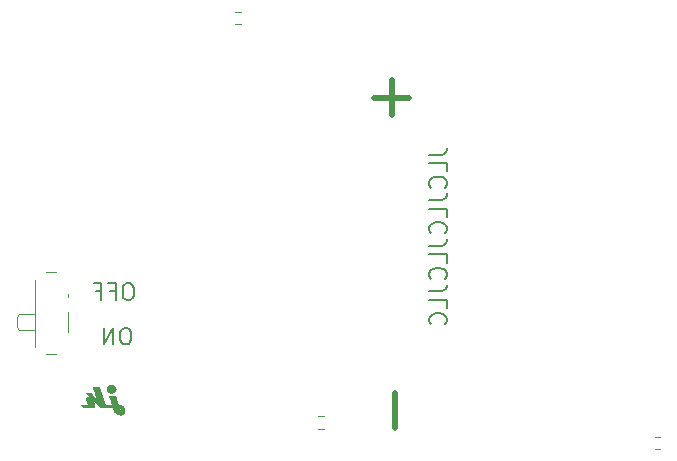
<source format=gbr>
%TF.GenerationSoftware,KiCad,Pcbnew,(5.1.10)-1*%
%TF.CreationDate,2021-10-20T07:51:27+02:00*%
%TF.ProjectId,TVZ_kuglica,54565a5f-6b75-4676-9c69-63612e6b6963,rev?*%
%TF.SameCoordinates,Original*%
%TF.FileFunction,Legend,Bot*%
%TF.FilePolarity,Positive*%
%FSLAX46Y46*%
G04 Gerber Fmt 4.6, Leading zero omitted, Abs format (unit mm)*
G04 Created by KiCad (PCBNEW (5.1.10)-1) date 2021-10-20 07:51:27*
%MOMM*%
%LPD*%
G01*
G04 APERTURE LIST*
%ADD10C,0.200000*%
%ADD11C,0.010000*%
%ADD12C,0.120000*%
%ADD13C,0.500000*%
G04 APERTURE END LIST*
D10*
X110616666Y-100983333D02*
X110350000Y-100983333D01*
X110216666Y-101050000D01*
X110083333Y-101183333D01*
X110016666Y-101450000D01*
X110016666Y-101916666D01*
X110083333Y-102183333D01*
X110216666Y-102316666D01*
X110350000Y-102383333D01*
X110616666Y-102383333D01*
X110750000Y-102316666D01*
X110883333Y-102183333D01*
X110950000Y-101916666D01*
X110950000Y-101450000D01*
X110883333Y-101183333D01*
X110750000Y-101050000D01*
X110616666Y-100983333D01*
X109416666Y-102383333D02*
X109416666Y-100983333D01*
X108616666Y-102383333D01*
X108616666Y-100983333D01*
X110833333Y-97233333D02*
X110566666Y-97233333D01*
X110433333Y-97300000D01*
X110300000Y-97433333D01*
X110233333Y-97700000D01*
X110233333Y-98166666D01*
X110300000Y-98433333D01*
X110433333Y-98566666D01*
X110566666Y-98633333D01*
X110833333Y-98633333D01*
X110966666Y-98566666D01*
X111100000Y-98433333D01*
X111166666Y-98166666D01*
X111166666Y-97700000D01*
X111100000Y-97433333D01*
X110966666Y-97300000D01*
X110833333Y-97233333D01*
X109166666Y-97900000D02*
X109633333Y-97900000D01*
X109633333Y-98633333D02*
X109633333Y-97233333D01*
X108966666Y-97233333D01*
X107966666Y-97900000D02*
X108433333Y-97900000D01*
X108433333Y-98633333D02*
X108433333Y-97233333D01*
X107766666Y-97233333D01*
X136178571Y-86321428D02*
X137250000Y-86321428D01*
X137464285Y-86250000D01*
X137607142Y-86107142D01*
X137678571Y-85892857D01*
X137678571Y-85750000D01*
X137678571Y-87750000D02*
X137678571Y-87035714D01*
X136178571Y-87035714D01*
X137535714Y-89107142D02*
X137607142Y-89035714D01*
X137678571Y-88821428D01*
X137678571Y-88678571D01*
X137607142Y-88464285D01*
X137464285Y-88321428D01*
X137321428Y-88250000D01*
X137035714Y-88178571D01*
X136821428Y-88178571D01*
X136535714Y-88250000D01*
X136392857Y-88321428D01*
X136250000Y-88464285D01*
X136178571Y-88678571D01*
X136178571Y-88821428D01*
X136250000Y-89035714D01*
X136321428Y-89107142D01*
X136178571Y-90178571D02*
X137250000Y-90178571D01*
X137464285Y-90107142D01*
X137607142Y-89964285D01*
X137678571Y-89750000D01*
X137678571Y-89607142D01*
X137678571Y-91607142D02*
X137678571Y-90892857D01*
X136178571Y-90892857D01*
X137535714Y-92964285D02*
X137607142Y-92892857D01*
X137678571Y-92678571D01*
X137678571Y-92535714D01*
X137607142Y-92321428D01*
X137464285Y-92178571D01*
X137321428Y-92107142D01*
X137035714Y-92035714D01*
X136821428Y-92035714D01*
X136535714Y-92107142D01*
X136392857Y-92178571D01*
X136250000Y-92321428D01*
X136178571Y-92535714D01*
X136178571Y-92678571D01*
X136250000Y-92892857D01*
X136321428Y-92964285D01*
X136178571Y-94035714D02*
X137250000Y-94035714D01*
X137464285Y-93964285D01*
X137607142Y-93821428D01*
X137678571Y-93607142D01*
X137678571Y-93464285D01*
X137678571Y-95464285D02*
X137678571Y-94750000D01*
X136178571Y-94750000D01*
X137535714Y-96821428D02*
X137607142Y-96750000D01*
X137678571Y-96535714D01*
X137678571Y-96392857D01*
X137607142Y-96178571D01*
X137464285Y-96035714D01*
X137321428Y-95964285D01*
X137035714Y-95892857D01*
X136821428Y-95892857D01*
X136535714Y-95964285D01*
X136392857Y-96035714D01*
X136250000Y-96178571D01*
X136178571Y-96392857D01*
X136178571Y-96535714D01*
X136250000Y-96750000D01*
X136321428Y-96821428D01*
X136178571Y-97892857D02*
X137250000Y-97892857D01*
X137464285Y-97821428D01*
X137607142Y-97678571D01*
X137678571Y-97464285D01*
X137678571Y-97321428D01*
X137678571Y-99321428D02*
X137678571Y-98607142D01*
X136178571Y-98607142D01*
X137535714Y-100678571D02*
X137607142Y-100607142D01*
X137678571Y-100392857D01*
X137678571Y-100250000D01*
X137607142Y-100035714D01*
X137464285Y-99892857D01*
X137321428Y-99821428D01*
X137035714Y-99750000D01*
X136821428Y-99750000D01*
X136535714Y-99821428D01*
X136392857Y-99892857D01*
X136250000Y-100035714D01*
X136178571Y-100250000D01*
X136178571Y-100392857D01*
X136250000Y-100607142D01*
X136321428Y-100678571D01*
D11*
%TO.C,G\u002A\u002A\u002A*%
G36*
X107888892Y-105976177D02*
G01*
X107830420Y-105976556D01*
X107785129Y-105977253D01*
X107751672Y-105978322D01*
X107728703Y-105979818D01*
X107714874Y-105981792D01*
X107708840Y-105984301D01*
X107708436Y-105986184D01*
X107711260Y-105994930D01*
X107718336Y-106017349D01*
X107729201Y-106051955D01*
X107743393Y-106097262D01*
X107760447Y-106151786D01*
X107779902Y-106214039D01*
X107801293Y-106282538D01*
X107824157Y-106355795D01*
X107848032Y-106432326D01*
X107872454Y-106510645D01*
X107896960Y-106589266D01*
X107921086Y-106666704D01*
X107944370Y-106741472D01*
X107966349Y-106812086D01*
X107986558Y-106877060D01*
X108004536Y-106934908D01*
X108019818Y-106984145D01*
X108031941Y-107023284D01*
X108040444Y-107050841D01*
X108043917Y-107062196D01*
X108045972Y-107068736D01*
X108047517Y-107074186D01*
X108047865Y-107077871D01*
X108046331Y-107079119D01*
X108042228Y-107077256D01*
X108034869Y-107071608D01*
X108023570Y-107061502D01*
X108007643Y-107046265D01*
X107986402Y-107025223D01*
X107959161Y-106997703D01*
X107925233Y-106963031D01*
X107883934Y-106920534D01*
X107834575Y-106869538D01*
X107776472Y-106809371D01*
X107708938Y-106739357D01*
X107631286Y-106658826D01*
X107603148Y-106629645D01*
X107464157Y-106485508D01*
X107293642Y-106484785D01*
X107123128Y-106484063D01*
X107206318Y-106569391D01*
X107244827Y-106608881D01*
X107289098Y-106654266D01*
X107333799Y-106700081D01*
X107373600Y-106740862D01*
X107375533Y-106742843D01*
X107461558Y-106830966D01*
X107372547Y-106836599D01*
X107311234Y-106842307D01*
X107263357Y-106851259D01*
X107226665Y-106864255D01*
X107198909Y-106882092D01*
X107177838Y-106905571D01*
X107177696Y-106905775D01*
X107166602Y-106923970D01*
X107158913Y-106942990D01*
X107154860Y-106964560D01*
X107154672Y-106990403D01*
X107158580Y-107022243D01*
X107166813Y-107061805D01*
X107179601Y-107110812D01*
X107197173Y-107170987D01*
X107219759Y-107244057D01*
X107224982Y-107260636D01*
X107242582Y-107316614D01*
X107258508Y-107367738D01*
X107272158Y-107412033D01*
X107282926Y-107447523D01*
X107290210Y-107472233D01*
X107293405Y-107484185D01*
X107293500Y-107484870D01*
X107285792Y-107486664D01*
X107263579Y-107488261D01*
X107228231Y-107489628D01*
X107181118Y-107490731D01*
X107123611Y-107491536D01*
X107057078Y-107492008D01*
X106999813Y-107492125D01*
X106913565Y-107492341D01*
X106841932Y-107492983D01*
X106785155Y-107494046D01*
X106743477Y-107495523D01*
X106717140Y-107497407D01*
X106706387Y-107499691D01*
X106706125Y-107500149D01*
X106709277Y-107511451D01*
X106717340Y-107531585D01*
X106723731Y-107545790D01*
X106755352Y-107595252D01*
X106800312Y-107638762D01*
X106856761Y-107674978D01*
X106922847Y-107702557D01*
X106951252Y-107710790D01*
X106964956Y-107713738D01*
X106981846Y-107716145D01*
X107003418Y-107718048D01*
X107031172Y-107719483D01*
X107066605Y-107720485D01*
X107111215Y-107721091D01*
X107166499Y-107721337D01*
X107233957Y-107721260D01*
X107315085Y-107720896D01*
X107358393Y-107720635D01*
X107443364Y-107720076D01*
X107513946Y-107719527D01*
X107571621Y-107718914D01*
X107617876Y-107718164D01*
X107654195Y-107717202D01*
X107682062Y-107715954D01*
X107702962Y-107714344D01*
X107718381Y-107712300D01*
X107729801Y-107709746D01*
X107738709Y-107706608D01*
X107746589Y-107702812D01*
X107749907Y-107701027D01*
X107775104Y-107682825D01*
X107797448Y-107659599D01*
X107801280Y-107654305D01*
X107812120Y-107635338D01*
X107817959Y-107615808D01*
X107820072Y-107589880D01*
X107820078Y-107568435D01*
X107819150Y-107549164D01*
X107816578Y-107528231D01*
X107811833Y-107503557D01*
X107804391Y-107473064D01*
X107793727Y-107434672D01*
X107779313Y-107386303D01*
X107760624Y-107325877D01*
X107750845Y-107294724D01*
X107733308Y-107238899D01*
X107717434Y-107188113D01*
X107703821Y-107144304D01*
X107693070Y-107109408D01*
X107685778Y-107085362D01*
X107682545Y-107074105D01*
X107682438Y-107073544D01*
X107687903Y-107077520D01*
X107703159Y-107090888D01*
X107726502Y-107112096D01*
X107756227Y-107139589D01*
X107790627Y-107171814D01*
X107799516Y-107180199D01*
X107837568Y-107215913D01*
X107884396Y-107259499D01*
X107936999Y-107308186D01*
X107992374Y-107359201D01*
X108047522Y-107409773D01*
X108095188Y-107453263D01*
X108160521Y-107512670D01*
X108215721Y-107562367D01*
X108262476Y-107603237D01*
X108302477Y-107636166D01*
X108337411Y-107662038D01*
X108368967Y-107681736D01*
X108398836Y-107696147D01*
X108428704Y-107706153D01*
X108460262Y-107712640D01*
X108495198Y-107716492D01*
X108535202Y-107718594D01*
X108581962Y-107719829D01*
X108605172Y-107720327D01*
X108659027Y-107721140D01*
X108703219Y-107721068D01*
X108736147Y-107720152D01*
X108756205Y-107718433D01*
X108761938Y-107716335D01*
X108759515Y-107705368D01*
X108753220Y-107684386D01*
X108746063Y-107662781D01*
X108737663Y-107637273D01*
X108731908Y-107617708D01*
X108730188Y-107609472D01*
X108735635Y-107610300D01*
X108749853Y-107619526D01*
X108767891Y-107633638D01*
X108807730Y-107663474D01*
X108848026Y-107685710D01*
X108895705Y-107704355D01*
X108910431Y-107708287D01*
X108930337Y-107711490D01*
X108957248Y-107714074D01*
X108992986Y-107716147D01*
X109039377Y-107717818D01*
X109098243Y-107719199D01*
X109160526Y-107720240D01*
X109388457Y-107723582D01*
X109424915Y-107835743D01*
X109459114Y-107930680D01*
X109496014Y-108011757D01*
X109537047Y-108080936D01*
X109583642Y-108140179D01*
X109637229Y-108191450D01*
X109699238Y-108236712D01*
X109731244Y-108256206D01*
X109786762Y-108283073D01*
X109849737Y-108304851D01*
X109916720Y-108321042D01*
X109984261Y-108331147D01*
X110048908Y-108334668D01*
X110107213Y-108331106D01*
X110155725Y-108319963D01*
X110160420Y-108318211D01*
X110217550Y-108290076D01*
X110264285Y-108253422D01*
X110303330Y-108205707D01*
X110330650Y-108158257D01*
X110352334Y-108107599D01*
X110365786Y-108056239D01*
X110372196Y-107998633D01*
X110372851Y-107972344D01*
X110083307Y-107972344D01*
X110083075Y-108009315D01*
X110081622Y-108034720D01*
X110078077Y-108052861D01*
X110071566Y-108068043D01*
X110061219Y-108084570D01*
X110060282Y-108085956D01*
X110044868Y-108106116D01*
X110035033Y-108112454D01*
X110031380Y-108109768D01*
X110027427Y-108099525D01*
X110019412Y-108076389D01*
X110008081Y-108042596D01*
X109994178Y-108000382D01*
X109978449Y-107951985D01*
X109967802Y-107918908D01*
X109951780Y-107868243D01*
X109937811Y-107822724D01*
X109926514Y-107784480D01*
X109918509Y-107755640D01*
X109914412Y-107738335D01*
X109914160Y-107734257D01*
X109924942Y-107733591D01*
X109944220Y-107740568D01*
X109967957Y-107753087D01*
X109992116Y-107769048D01*
X110010796Y-107784535D01*
X110033000Y-107809597D01*
X110054350Y-107839783D01*
X110062199Y-107853281D01*
X110072102Y-107873828D01*
X110078327Y-107893076D01*
X110081709Y-107915752D01*
X110083089Y-107946582D01*
X110083307Y-107972344D01*
X110372851Y-107972344D01*
X110373156Y-107960121D01*
X110368662Y-107880831D01*
X110354141Y-107811654D01*
X110328354Y-107749482D01*
X110290065Y-107691208D01*
X110246427Y-107642077D01*
X110211668Y-107608816D01*
X110180514Y-107584095D01*
X110147140Y-107563682D01*
X110119250Y-107549648D01*
X110047429Y-107520834D01*
X109974607Y-107501385D01*
X109905738Y-107492536D01*
X109889015Y-107492125D01*
X109843289Y-107492125D01*
X109791388Y-107331391D01*
X109774109Y-107277869D01*
X109753353Y-107213557D01*
X109730513Y-107142775D01*
X109706982Y-107069841D01*
X109684155Y-106999076D01*
X109669733Y-106954359D01*
X109599980Y-106738062D01*
X109343678Y-106738063D01*
X109281701Y-106738257D01*
X109225123Y-106738809D01*
X109175812Y-106739670D01*
X109135639Y-106740794D01*
X109106475Y-106742131D01*
X109090188Y-106743635D01*
X109087375Y-106744602D01*
X109089682Y-106753261D01*
X109096296Y-106775572D01*
X109106758Y-106810045D01*
X109120609Y-106855189D01*
X109137390Y-106909513D01*
X109156641Y-106971528D01*
X109177905Y-107039742D01*
X109200720Y-107112665D01*
X109202469Y-107118245D01*
X109225363Y-107191334D01*
X109246741Y-107259717D01*
X109266146Y-107321920D01*
X109283120Y-107376467D01*
X109297206Y-107421886D01*
X109307944Y-107456703D01*
X109314877Y-107479442D01*
X109317547Y-107488630D01*
X109317563Y-107488737D01*
X109309908Y-107489482D01*
X109288072Y-107490170D01*
X109253750Y-107490783D01*
X109208635Y-107491303D01*
X109154422Y-107491711D01*
X109092806Y-107491989D01*
X109025480Y-107492118D01*
X109005283Y-107492125D01*
X108693004Y-107492125D01*
X108219228Y-105976063D01*
X107961890Y-105976063D01*
X107888892Y-105976177D01*
G37*
X107888892Y-105976177D02*
X107830420Y-105976556D01*
X107785129Y-105977253D01*
X107751672Y-105978322D01*
X107728703Y-105979818D01*
X107714874Y-105981792D01*
X107708840Y-105984301D01*
X107708436Y-105986184D01*
X107711260Y-105994930D01*
X107718336Y-106017349D01*
X107729201Y-106051955D01*
X107743393Y-106097262D01*
X107760447Y-106151786D01*
X107779902Y-106214039D01*
X107801293Y-106282538D01*
X107824157Y-106355795D01*
X107848032Y-106432326D01*
X107872454Y-106510645D01*
X107896960Y-106589266D01*
X107921086Y-106666704D01*
X107944370Y-106741472D01*
X107966349Y-106812086D01*
X107986558Y-106877060D01*
X108004536Y-106934908D01*
X108019818Y-106984145D01*
X108031941Y-107023284D01*
X108040444Y-107050841D01*
X108043917Y-107062196D01*
X108045972Y-107068736D01*
X108047517Y-107074186D01*
X108047865Y-107077871D01*
X108046331Y-107079119D01*
X108042228Y-107077256D01*
X108034869Y-107071608D01*
X108023570Y-107061502D01*
X108007643Y-107046265D01*
X107986402Y-107025223D01*
X107959161Y-106997703D01*
X107925233Y-106963031D01*
X107883934Y-106920534D01*
X107834575Y-106869538D01*
X107776472Y-106809371D01*
X107708938Y-106739357D01*
X107631286Y-106658826D01*
X107603148Y-106629645D01*
X107464157Y-106485508D01*
X107293642Y-106484785D01*
X107123128Y-106484063D01*
X107206318Y-106569391D01*
X107244827Y-106608881D01*
X107289098Y-106654266D01*
X107333799Y-106700081D01*
X107373600Y-106740862D01*
X107375533Y-106742843D01*
X107461558Y-106830966D01*
X107372547Y-106836599D01*
X107311234Y-106842307D01*
X107263357Y-106851259D01*
X107226665Y-106864255D01*
X107198909Y-106882092D01*
X107177838Y-106905571D01*
X107177696Y-106905775D01*
X107166602Y-106923970D01*
X107158913Y-106942990D01*
X107154860Y-106964560D01*
X107154672Y-106990403D01*
X107158580Y-107022243D01*
X107166813Y-107061805D01*
X107179601Y-107110812D01*
X107197173Y-107170987D01*
X107219759Y-107244057D01*
X107224982Y-107260636D01*
X107242582Y-107316614D01*
X107258508Y-107367738D01*
X107272158Y-107412033D01*
X107282926Y-107447523D01*
X107290210Y-107472233D01*
X107293405Y-107484185D01*
X107293500Y-107484870D01*
X107285792Y-107486664D01*
X107263579Y-107488261D01*
X107228231Y-107489628D01*
X107181118Y-107490731D01*
X107123611Y-107491536D01*
X107057078Y-107492008D01*
X106999813Y-107492125D01*
X106913565Y-107492341D01*
X106841932Y-107492983D01*
X106785155Y-107494046D01*
X106743477Y-107495523D01*
X106717140Y-107497407D01*
X106706387Y-107499691D01*
X106706125Y-107500149D01*
X106709277Y-107511451D01*
X106717340Y-107531585D01*
X106723731Y-107545790D01*
X106755352Y-107595252D01*
X106800312Y-107638762D01*
X106856761Y-107674978D01*
X106922847Y-107702557D01*
X106951252Y-107710790D01*
X106964956Y-107713738D01*
X106981846Y-107716145D01*
X107003418Y-107718048D01*
X107031172Y-107719483D01*
X107066605Y-107720485D01*
X107111215Y-107721091D01*
X107166499Y-107721337D01*
X107233957Y-107721260D01*
X107315085Y-107720896D01*
X107358393Y-107720635D01*
X107443364Y-107720076D01*
X107513946Y-107719527D01*
X107571621Y-107718914D01*
X107617876Y-107718164D01*
X107654195Y-107717202D01*
X107682062Y-107715954D01*
X107702962Y-107714344D01*
X107718381Y-107712300D01*
X107729801Y-107709746D01*
X107738709Y-107706608D01*
X107746589Y-107702812D01*
X107749907Y-107701027D01*
X107775104Y-107682825D01*
X107797448Y-107659599D01*
X107801280Y-107654305D01*
X107812120Y-107635338D01*
X107817959Y-107615808D01*
X107820072Y-107589880D01*
X107820078Y-107568435D01*
X107819150Y-107549164D01*
X107816578Y-107528231D01*
X107811833Y-107503557D01*
X107804391Y-107473064D01*
X107793727Y-107434672D01*
X107779313Y-107386303D01*
X107760624Y-107325877D01*
X107750845Y-107294724D01*
X107733308Y-107238899D01*
X107717434Y-107188113D01*
X107703821Y-107144304D01*
X107693070Y-107109408D01*
X107685778Y-107085362D01*
X107682545Y-107074105D01*
X107682438Y-107073544D01*
X107687903Y-107077520D01*
X107703159Y-107090888D01*
X107726502Y-107112096D01*
X107756227Y-107139589D01*
X107790627Y-107171814D01*
X107799516Y-107180199D01*
X107837568Y-107215913D01*
X107884396Y-107259499D01*
X107936999Y-107308186D01*
X107992374Y-107359201D01*
X108047522Y-107409773D01*
X108095188Y-107453263D01*
X108160521Y-107512670D01*
X108215721Y-107562367D01*
X108262476Y-107603237D01*
X108302477Y-107636166D01*
X108337411Y-107662038D01*
X108368967Y-107681736D01*
X108398836Y-107696147D01*
X108428704Y-107706153D01*
X108460262Y-107712640D01*
X108495198Y-107716492D01*
X108535202Y-107718594D01*
X108581962Y-107719829D01*
X108605172Y-107720327D01*
X108659027Y-107721140D01*
X108703219Y-107721068D01*
X108736147Y-107720152D01*
X108756205Y-107718433D01*
X108761938Y-107716335D01*
X108759515Y-107705368D01*
X108753220Y-107684386D01*
X108746063Y-107662781D01*
X108737663Y-107637273D01*
X108731908Y-107617708D01*
X108730188Y-107609472D01*
X108735635Y-107610300D01*
X108749853Y-107619526D01*
X108767891Y-107633638D01*
X108807730Y-107663474D01*
X108848026Y-107685710D01*
X108895705Y-107704355D01*
X108910431Y-107708287D01*
X108930337Y-107711490D01*
X108957248Y-107714074D01*
X108992986Y-107716147D01*
X109039377Y-107717818D01*
X109098243Y-107719199D01*
X109160526Y-107720240D01*
X109388457Y-107723582D01*
X109424915Y-107835743D01*
X109459114Y-107930680D01*
X109496014Y-108011757D01*
X109537047Y-108080936D01*
X109583642Y-108140179D01*
X109637229Y-108191450D01*
X109699238Y-108236712D01*
X109731244Y-108256206D01*
X109786762Y-108283073D01*
X109849737Y-108304851D01*
X109916720Y-108321042D01*
X109984261Y-108331147D01*
X110048908Y-108334668D01*
X110107213Y-108331106D01*
X110155725Y-108319963D01*
X110160420Y-108318211D01*
X110217550Y-108290076D01*
X110264285Y-108253422D01*
X110303330Y-108205707D01*
X110330650Y-108158257D01*
X110352334Y-108107599D01*
X110365786Y-108056239D01*
X110372196Y-107998633D01*
X110372851Y-107972344D01*
X110083307Y-107972344D01*
X110083075Y-108009315D01*
X110081622Y-108034720D01*
X110078077Y-108052861D01*
X110071566Y-108068043D01*
X110061219Y-108084570D01*
X110060282Y-108085956D01*
X110044868Y-108106116D01*
X110035033Y-108112454D01*
X110031380Y-108109768D01*
X110027427Y-108099525D01*
X110019412Y-108076389D01*
X110008081Y-108042596D01*
X109994178Y-108000382D01*
X109978449Y-107951985D01*
X109967802Y-107918908D01*
X109951780Y-107868243D01*
X109937811Y-107822724D01*
X109926514Y-107784480D01*
X109918509Y-107755640D01*
X109914412Y-107738335D01*
X109914160Y-107734257D01*
X109924942Y-107733591D01*
X109944220Y-107740568D01*
X109967957Y-107753087D01*
X109992116Y-107769048D01*
X110010796Y-107784535D01*
X110033000Y-107809597D01*
X110054350Y-107839783D01*
X110062199Y-107853281D01*
X110072102Y-107873828D01*
X110078327Y-107893076D01*
X110081709Y-107915752D01*
X110083089Y-107946582D01*
X110083307Y-107972344D01*
X110372851Y-107972344D01*
X110373156Y-107960121D01*
X110368662Y-107880831D01*
X110354141Y-107811654D01*
X110328354Y-107749482D01*
X110290065Y-107691208D01*
X110246427Y-107642077D01*
X110211668Y-107608816D01*
X110180514Y-107584095D01*
X110147140Y-107563682D01*
X110119250Y-107549648D01*
X110047429Y-107520834D01*
X109974607Y-107501385D01*
X109905738Y-107492536D01*
X109889015Y-107492125D01*
X109843289Y-107492125D01*
X109791388Y-107331391D01*
X109774109Y-107277869D01*
X109753353Y-107213557D01*
X109730513Y-107142775D01*
X109706982Y-107069841D01*
X109684155Y-106999076D01*
X109669733Y-106954359D01*
X109599980Y-106738062D01*
X109343678Y-106738063D01*
X109281701Y-106738257D01*
X109225123Y-106738809D01*
X109175812Y-106739670D01*
X109135639Y-106740794D01*
X109106475Y-106742131D01*
X109090188Y-106743635D01*
X109087375Y-106744602D01*
X109089682Y-106753261D01*
X109096296Y-106775572D01*
X109106758Y-106810045D01*
X109120609Y-106855189D01*
X109137390Y-106909513D01*
X109156641Y-106971528D01*
X109177905Y-107039742D01*
X109200720Y-107112665D01*
X109202469Y-107118245D01*
X109225363Y-107191334D01*
X109246741Y-107259717D01*
X109266146Y-107321920D01*
X109283120Y-107376467D01*
X109297206Y-107421886D01*
X109307944Y-107456703D01*
X109314877Y-107479442D01*
X109317547Y-107488630D01*
X109317563Y-107488737D01*
X109309908Y-107489482D01*
X109288072Y-107490170D01*
X109253750Y-107490783D01*
X109208635Y-107491303D01*
X109154422Y-107491711D01*
X109092806Y-107491989D01*
X109025480Y-107492118D01*
X109005283Y-107492125D01*
X108693004Y-107492125D01*
X108219228Y-105976063D01*
X107961890Y-105976063D01*
X107888892Y-105976177D01*
G36*
X109215721Y-105810609D02*
G01*
X109168635Y-105814585D01*
X109137925Y-105820409D01*
X109080352Y-105841801D01*
X109023314Y-105873897D01*
X108970993Y-105913665D01*
X108927574Y-105958074D01*
X108905667Y-105988715D01*
X108880701Y-106044254D01*
X108867328Y-106106605D01*
X108865508Y-106171778D01*
X108875199Y-106235780D01*
X108896362Y-106294623D01*
X108908997Y-106317375D01*
X108951320Y-106371145D01*
X109005016Y-106418082D01*
X109066043Y-106455135D01*
X109119547Y-106476251D01*
X109155024Y-106483912D01*
X109198598Y-106489053D01*
X109245397Y-106491538D01*
X109290546Y-106491229D01*
X109329170Y-106487990D01*
X109353282Y-106482813D01*
X109425287Y-106454220D01*
X109484297Y-106420284D01*
X109532719Y-106379496D01*
X109551395Y-106358867D01*
X109587395Y-106309714D01*
X109610832Y-106261650D01*
X109623282Y-106209973D01*
X109626315Y-106149983D01*
X109625916Y-106136186D01*
X109623473Y-106097909D01*
X109618709Y-106068889D01*
X109610083Y-106042524D01*
X109597709Y-106015550D01*
X109559841Y-105956178D01*
X109509677Y-105903888D01*
X109450049Y-105860951D01*
X109383790Y-105829638D01*
X109354326Y-105820409D01*
X109315002Y-105813521D01*
X109266655Y-105810254D01*
X109215721Y-105810609D01*
G37*
X109215721Y-105810609D02*
X109168635Y-105814585D01*
X109137925Y-105820409D01*
X109080352Y-105841801D01*
X109023314Y-105873897D01*
X108970993Y-105913665D01*
X108927574Y-105958074D01*
X108905667Y-105988715D01*
X108880701Y-106044254D01*
X108867328Y-106106605D01*
X108865508Y-106171778D01*
X108875199Y-106235780D01*
X108896362Y-106294623D01*
X108908997Y-106317375D01*
X108951320Y-106371145D01*
X109005016Y-106418082D01*
X109066043Y-106455135D01*
X109119547Y-106476251D01*
X109155024Y-106483912D01*
X109198598Y-106489053D01*
X109245397Y-106491538D01*
X109290546Y-106491229D01*
X109329170Y-106487990D01*
X109353282Y-106482813D01*
X109425287Y-106454220D01*
X109484297Y-106420284D01*
X109532719Y-106379496D01*
X109551395Y-106358867D01*
X109587395Y-106309714D01*
X109610832Y-106261650D01*
X109623282Y-106209973D01*
X109626315Y-106149983D01*
X109625916Y-106136186D01*
X109623473Y-106097909D01*
X109618709Y-106068889D01*
X109610083Y-106042524D01*
X109597709Y-106015550D01*
X109559841Y-105956178D01*
X109509677Y-105903888D01*
X109450049Y-105860951D01*
X109383790Y-105829638D01*
X109354326Y-105820409D01*
X109315002Y-105813521D01*
X109266655Y-105810254D01*
X109215721Y-105810609D01*
D12*
%TO.C,SW1*%
X103780000Y-96300000D02*
X104570000Y-96300000D01*
X104570000Y-103200000D02*
X103780000Y-103200000D01*
X105620000Y-101350000D02*
X105620000Y-99650000D01*
X102770000Y-102600000D02*
X102770000Y-96900000D01*
X101480000Y-99850000D02*
X102770000Y-99850000D01*
X101270000Y-100950000D02*
X101270000Y-100050000D01*
X102770000Y-101150000D02*
X101480000Y-101150000D01*
X101480000Y-99850000D02*
X101270000Y-100050000D01*
X101480000Y-101150000D02*
X101270000Y-100950000D01*
X105620000Y-98350000D02*
X105620000Y-98150000D01*
D13*
%TO.C,BT1*%
X133000000Y-80000000D02*
X133000000Y-83000000D01*
X134500000Y-81500000D02*
X131500000Y-81500000D01*
X133250000Y-106500000D02*
X133250000Y-109500000D01*
D12*
%TO.C,R1*%
X119762742Y-75272500D02*
X120237258Y-75272500D01*
X119762742Y-74227500D02*
X120237258Y-74227500D01*
%TO.C,R2*%
X126762742Y-108477500D02*
X127237258Y-108477500D01*
X126762742Y-109522500D02*
X127237258Y-109522500D01*
%TO.C,R3*%
X155262742Y-111272500D02*
X155737258Y-111272500D01*
X155262742Y-110227500D02*
X155737258Y-110227500D01*
%TD*%
M02*

</source>
